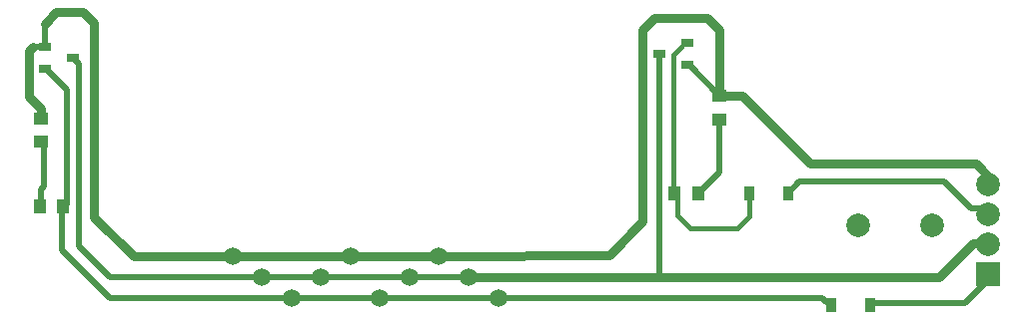
<source format=gtl>
G04 Layer_Physical_Order=1*
G04 Layer_Color=255*
%FSLAX43Y43*%
%MOMM*%
G71*
G01*
G75*
%ADD10R,1.250X1.000*%
%ADD11R,1.000X0.700*%
%ADD12R,0.910X1.220*%
%ADD13R,1.000X1.250*%
%ADD14C,0.800*%
%ADD15C,0.500*%
%ADD16C,0.400*%
%ADD17C,0.254*%
%ADD18C,2.000*%
%ADD19C,1.524*%
%ADD20R,2.000X2.000*%
D10*
X85008Y17919D02*
D03*
Y19919D02*
D03*
X27500Y16000D02*
D03*
Y18000D02*
D03*
D11*
X82285Y22515D02*
D03*
Y24415D02*
D03*
X79885Y23465D02*
D03*
X27815Y24090D02*
D03*
Y22190D02*
D03*
X30215Y23140D02*
D03*
D12*
X87533Y11619D02*
D03*
X90808D02*
D03*
X94483Y2119D02*
D03*
X97758D02*
D03*
D13*
X29408Y10519D02*
D03*
X27408D02*
D03*
X83208Y11619D02*
D03*
X81208D02*
D03*
D14*
X106518Y7379D02*
X107758D01*
X106748Y14119D02*
X108408Y12459D01*
X79500Y26500D02*
X84000D01*
X78508Y25508D02*
X79500Y26500D01*
X78508Y9219D02*
Y25508D01*
X85008Y19919D02*
Y25492D01*
X84000Y26500D02*
X85008Y25492D01*
X26508Y23758D02*
X26840Y24090D01*
X26508Y19819D02*
Y23758D01*
X27815Y26026D02*
X28808Y27019D01*
X27500Y18000D02*
Y18827D01*
X26508Y19819D02*
X27500Y18827D01*
X32008Y9619D02*
X35377Y6250D01*
X43750D01*
X103639Y4500D02*
X106518Y7379D01*
X63750Y4500D02*
X103639D01*
X75658Y6369D02*
X78508Y9219D01*
X61250Y6250D02*
X75658Y6369D01*
X43750Y6250D02*
X53750D01*
X61250D01*
X31108Y27019D02*
X32008Y26119D01*
Y9619D02*
Y26119D01*
X92708Y14119D02*
X106748D01*
X86908Y19919D02*
X92708Y14119D01*
X28808Y27019D02*
X31108D01*
X85008Y19919D02*
X86908D01*
D15*
X82285Y22500D02*
X82427D01*
X85008Y19919D01*
X94002Y2500D02*
X94483Y2019D01*
X26840Y24090D02*
X27815D01*
Y26026D01*
X27750Y12177D02*
Y16119D01*
X27500Y10500D02*
Y11927D01*
X27750Y12177D01*
X30708Y7119D02*
X33327Y4500D01*
X46250D01*
X29308Y6819D02*
X33377Y2750D01*
X48750D01*
X94000Y2500D02*
X94002D01*
X93750Y2750D02*
X94000Y2500D01*
X66250Y2750D02*
X93750D01*
X58750Y4500D02*
X59066Y4674D01*
X106308Y10319D02*
X108008D01*
X104008Y12619D02*
X106308Y10319D01*
X91808Y12619D02*
X104008D01*
X105838Y2269D02*
X108408Y4839D01*
X79885Y4719D02*
Y23465D01*
X58750Y4500D02*
X63750D01*
X51250D02*
X58750D01*
X56250Y2750D02*
X66250D01*
X46250Y4500D02*
X51250D01*
X48750Y2750D02*
X56250D01*
X90808Y11619D02*
X91808Y12619D01*
X98258Y2269D02*
X105838D01*
X30708Y7119D02*
Y22646D01*
X30215Y23140D02*
X30708Y22646D01*
X29308Y6819D02*
Y10265D01*
X27965Y22190D02*
X29708Y20446D01*
Y10665D02*
Y20446D01*
X85008Y13419D02*
Y17919D01*
X83208Y11619D02*
X85008Y13419D01*
D16*
X81108Y23358D02*
X81808Y24058D01*
X81108Y11719D02*
Y23358D01*
X86508Y8619D02*
X87533Y9644D01*
X82508Y8619D02*
X86508D01*
X81408Y9719D02*
X82508Y8619D01*
X87533Y9644D02*
Y11619D01*
X81408Y9719D02*
Y11419D01*
X81208Y11619D02*
X81408Y11419D01*
X81108Y11719D02*
X81208Y11619D01*
D17*
X29308Y10265D02*
X29708Y10665D01*
X108008Y10319D02*
X108408Y9919D01*
X27815Y22190D02*
X27965D01*
D18*
X96758Y8869D02*
D03*
X103008D02*
D03*
X107758Y9829D02*
D03*
Y7289D02*
D03*
Y12369D02*
D03*
D19*
X66250Y2750D02*
D03*
X63750Y4500D02*
D03*
X43750Y6250D02*
D03*
X46250Y4500D02*
D03*
X48750Y2750D02*
D03*
X51250Y4500D02*
D03*
X53750Y6250D02*
D03*
X56250Y2750D02*
D03*
X58750Y4500D02*
D03*
X61250Y6250D02*
D03*
D20*
X107758Y4749D02*
D03*
M02*

</source>
